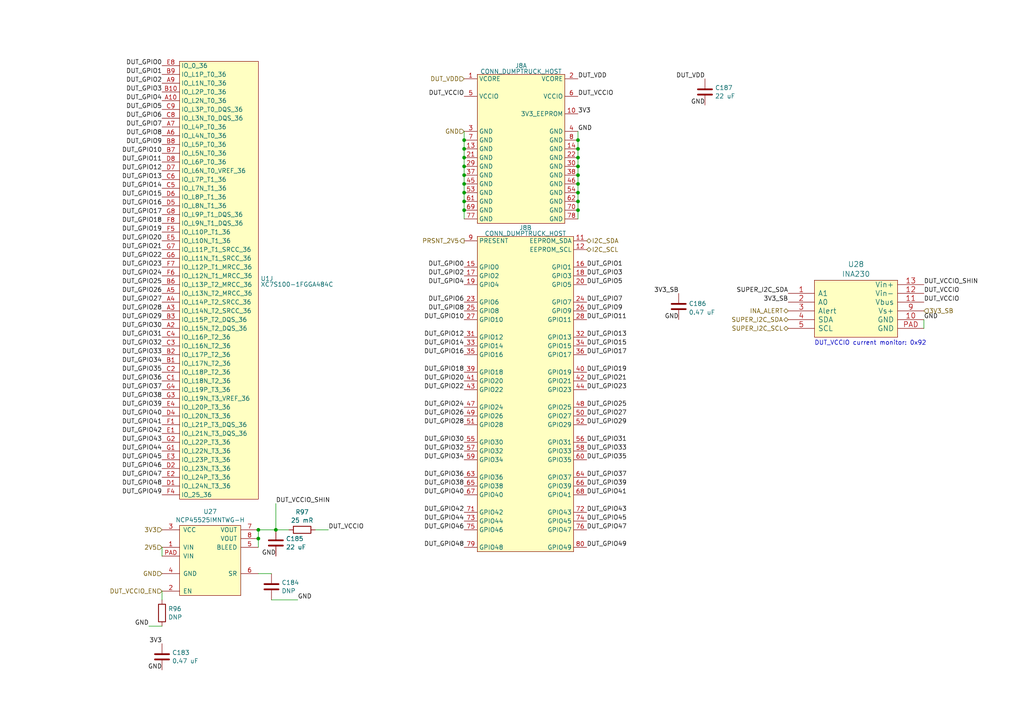
<source format=kicad_sch>
(kicad_sch (version 20231120) (generator "eeschema") (generator_version "8.0")
  (paper "A4")
  (title_block (title "DUMPTRUCK flash dumper") (date "2024-10-19") (rev "0.1") (company "Antikernel Labs") (comment 1 "Andrew D. Zonenberg"))
  (junction (at 134.62 55.88))
  (junction (at 134.62 40.64))
  (junction (at 167.64 60.96))
  (junction (at 134.62 45.72))
  (junction (at 134.62 48.26))
  (junction (at 167.64 48.26))
  (junction (at 167.64 43.18))
  (junction (at 134.62 43.18))
  (junction (at 167.64 55.88))
  (junction (at 167.64 50.8))
  (junction (at 74.93 156.21))
  (junction (at 80.01 153.67))
  (junction (at 134.62 53.34))
  (junction (at 167.64 58.42))
  (junction (at 167.64 53.34))
  (junction (at 134.62 58.42))
  (junction (at 74.93 153.67))
  (junction (at 134.62 50.8))
  (junction (at 167.64 45.72))
  (junction (at 134.62 60.96))
  (junction (at 167.64 40.64))
  (wire (pts (xy 167.64 53.34) (xy 167.64 55.88)))
  (wire (pts (xy 167.64 55.88) (xy 167.64 58.42)))
  (wire (pts (xy 43.18 181.61) (xy 46.99 181.61)))
  (wire (pts (xy 167.64 60.96) (xy 167.64 63.5)))
  (wire (pts (xy 74.93 166.37) (xy 78.74 166.37)))
  (wire (pts (xy 80.01 153.67) (xy 83.82 153.67)))
  (wire (pts (xy 134.62 48.26) (xy 134.62 50.8)))
  (wire (pts (xy 167.64 58.42) (xy 167.64 60.96)))
  (wire (pts (xy 134.62 40.64) (xy 134.62 43.18)))
  (wire (pts (xy 74.93 153.67) (xy 80.01 153.67)))
  (wire (pts (xy 80.01 146.05) (xy 80.01 153.67)))
  (wire (pts (xy 167.64 38.1) (xy 167.64 40.64)))
  (wire (pts (xy 134.62 53.34) (xy 134.62 55.88)))
  (wire (pts (xy 167.64 40.64) (xy 167.64 43.18)))
  (wire (pts (xy 134.62 38.1) (xy 134.62 40.64)))
  (wire (pts (xy 134.62 58.42) (xy 134.62 60.96)))
  (wire (pts (xy 134.62 60.96) (xy 134.62 63.5)))
  (wire (pts (xy 167.64 50.8) (xy 167.64 53.34)))
  (wire (pts (xy 167.64 45.72) (xy 167.64 48.26)))
  (wire (pts (xy 134.62 50.8) (xy 134.62 53.34)))
  (wire (pts (xy 167.64 43.18) (xy 167.64 45.72)))
  (wire (pts (xy 134.62 43.18) (xy 134.62 45.72)))
  (wire (pts (xy 74.93 153.67) (xy 74.93 156.21)))
  (wire (pts (xy 74.93 156.21) (xy 74.93 158.75)))
  (wire (pts (xy 134.62 55.88) (xy 134.62 58.42)))
  (wire (pts (xy 167.64 48.26) (xy 167.64 50.8)))
  (wire (pts (xy 134.62 45.72) (xy 134.62 48.26)))
  (wire (pts (xy 267.97 92.71) (xy 267.97 95.25)))
  (wire (pts (xy 78.74 173.99) (xy 86.36 173.99)))
  (wire (pts (xy 46.99 158.75) (xy 46.99 161.29)))
  (wire (pts (xy 46.99 171.45) (xy 46.99 173.99)))
  (wire (pts (xy 91.44 153.67) (xy 95.25 153.67)))
  (text "DUT_VCCIO current monitor: 0x92" (at 236.22 99.568 0) (effects (font (size 1.27 1.27)) (justify left)))
  (label "DUT_GPIO16" (at 46.99 59.69 180))
  (label "DUT_GPIO26" (at 46.99 85.09 180))
  (label "DUT_GPIO12" (at 134.62 97.79 180))
  (label "DUT_GPIO29" (at 170.18 123.19 0))
  (label "DUT_GPIO2" (at 134.62 80.01 180))
  (label "DUT_GPIO14" (at 134.62 100.33 180))
  (label "DUT_GPIO23" (at 46.99 77.47 180))
  (label "DUT_GPIO48" (at 134.62 158.75 180))
  (label "DUT_GPIO1" (at 46.99 21.59 180))
  (label "DUT_GPIO39" (at 170.18 140.97 0))
  (label "GND" (at 46.99 194.31 180))
  (label "DUT_GPIO28" (at 46.99 90.17 180))
  (label "DUT_GPIO49" (at 170.18 158.75 0))
  (label "DUT_VCCIO" (at 267.97 87.63 0))
  (label "DUT_VCCIO" (at 267.97 85.09 0))
  (label "DUT_GPIO21" (at 46.99 72.39 180))
  (label "DUT_VCCIO" (at 95.25 153.67 0))
  (label "3V3" (at 167.64 33.02 0))
  (label "GND" (at 86.36 173.99 0))
  (label "DUT_GPIO39" (at 46.99 118.11 180))
  (label "DUT_GPIO28" (at 134.62 123.19 180))
  (label "DUT_GPIO44" (at 46.99 130.81 180))
  (label "DUT_GPIO17" (at 46.99 62.23 180))
  (label "DUT_GPIO33" (at 46.99 102.87 180))
  (label "DUT_GPIO25" (at 46.99 82.55 180))
  (label "SUPER_I2C_SDA" (at 228.6 85.09 180))
  (label "DUT_GPIO47" (at 170.18 153.67 0))
  (label "DUT_GPIO6" (at 46.99 34.29 180))
  (label "DUT_GPIO4" (at 134.62 82.55 180))
  (label "DUT_GPIO46" (at 46.99 135.89 180))
  (label "DUT_GPIO12" (at 46.99 49.53 180))
  (label "DUT_GPIO19" (at 170.18 107.95 0))
  (label "DUT_GPIO33" (at 170.18 130.81 0))
  (label "DUT_GPIO41" (at 46.99 123.19 180))
  (label "DUT_GPIO3" (at 170.18 80.01 0))
  (label "DUT_GPIO11" (at 46.99 46.99 180))
  (label "DUT_GPIO24" (at 46.99 80.01 180))
  (label "DUT_GPIO23" (at 170.18 113.03 0))
  (label "DUT_GPIO26" (at 134.62 120.65 180))
  (label "GND" (at 267.97 92.71 0))
  (label "DUT_GPIO19" (at 46.99 67.31 180))
  (label "DUT_GPIO20" (at 134.62 110.49 180))
  (label "DUT_GPIO11" (at 170.18 92.71 0))
  (label "DUT_GPIO21" (at 170.18 110.49 0))
  (label "DUT_GPIO42" (at 46.99 125.73 180))
  (label "DUT_GPIO38" (at 46.99 115.57 180))
  (label "GND" (at 43.18 181.61 180))
  (label "DUT_GPIO20" (at 46.99 69.85 180))
  (label "DUT_GPIO25" (at 170.18 118.11 0))
  (label "DUT_GPIO9" (at 46.99 41.91 180))
  (label "GND" (at 167.64 38.1 0))
  (label "DUT_GPIO44" (at 134.62 151.13 180))
  (label "DUT_GPIO49" (at 46.99 143.51 180))
  (label "DUT_GPIO24" (at 134.62 118.11 180))
  (label "DUT_GPIO5" (at 46.99 31.75 180))
  (label "DUT_GPIO0" (at 46.99 19.05 180))
  (label "GND" (at 196.85 92.71 180))
  (label "DUT_GPIO36" (at 134.62 138.43 180))
  (label "DUT_GPIO2" (at 46.99 24.13 180))
  (label "DUT_GPIO5" (at 170.18 82.55 0))
  (label "DUT_GPIO15" (at 170.18 100.33 0))
  (label "DUT_GPIO35" (at 46.99 107.95 180))
  (label "DUT_GPIO43" (at 170.18 148.59 0))
  (label "DUT_GPIO34" (at 46.99 105.41 180))
  (label "GND" (at 80.01 161.29 180))
  (label "DUT_GPIO36" (at 46.99 110.49 180))
  (label "DUT_VCCIO" (at 167.64 27.94 0))
  (label "GND" (at 204.47 30.48 180))
  (label "DUT_GPIO35" (at 170.18 133.35 0))
  (label "DUT_GPIO18" (at 46.99 64.77 180))
  (label "DUT_GPIO17" (at 170.18 102.87 0))
  (label "DUT_GPIO30" (at 134.62 128.27 180))
  (label "DUT_GPIO30" (at 46.99 95.25 180))
  (label "DUT_GPIO22" (at 134.62 113.03 180))
  (label "DUT_GPIO38" (at 134.62 140.97 180))
  (label "DUT_GPIO13" (at 46.99 52.07 180))
  (label "DUT_GPIO31" (at 46.99 97.79 180))
  (label "DUT_GPIO18" (at 134.62 107.95 180))
  (label "DUT_GPIO27" (at 170.18 120.65 0))
  (label "DUT_VDD" (at 167.64 22.86 0))
  (label "DUT_GPIO40" (at 46.99 120.65 180))
  (label "DUT_GPIO31" (at 170.18 128.27 0))
  (label "DUT_GPIO10" (at 134.62 92.71 180))
  (label "DUT_VDD" (at 204.47 22.86 180))
  (label "3V3_SB" (at 228.6 87.63 180))
  (label "DUT_GPIO47" (at 46.99 138.43 180))
  (label "DUT_GPIO48" (at 46.99 140.97 180))
  (label "DUT_GPIO40" (at 134.62 143.51 180))
  (label "DUT_VCCIO_SHIN" (at 80.01 146.05 0))
  (label "DUT_GPIO34" (at 134.62 133.35 180))
  (label "DUT_VCCIO_SHIN" (at 267.97 82.55 0))
  (label "DUT_GPIO10" (at 46.99 44.45 180))
  (label "DUT_GPIO27" (at 46.99 87.63 180))
  (label "DUT_GPIO46" (at 134.62 153.67 180))
  (label "DUT_GPIO43" (at 46.99 128.27 180))
  (label "DUT_GPIO32" (at 46.99 100.33 180))
  (label "DUT_GPIO8" (at 134.62 90.17 180))
  (label "DUT_GPIO41" (at 170.18 143.51 0))
  (label "DUT_GPIO14" (at 46.99 54.61 180))
  (label "DUT_GPIO0" (at 134.62 77.47 180))
  (label "DUT_GPIO22" (at 46.99 74.93 180))
  (label "DUT_GPIO16" (at 134.62 102.87 180))
  (label "DUT_GPIO45" (at 46.99 133.35 180))
  (label "DUT_GPIO42" (at 134.62 148.59 180))
  (label "DUT_GPIO29" (at 46.99 92.71 180))
  (label "DUT_GPIO37" (at 46.99 113.03 180))
  (label "DUT_GPIO37" (at 170.18 138.43 0))
  (label "DUT_GPIO4" (at 46.99 29.21 180))
  (label "DUT_GPIO15" (at 46.99 57.15 180))
  (label "DUT_VCCIO" (at 134.62 27.94 180))
  (label "DUT_GPIO9" (at 170.18 90.17 0))
  (label "DUT_GPIO1" (at 170.18 77.47 0))
  (label "DUT_GPIO7" (at 46.99 36.83 180))
  (label "DUT_GPIO13" (at 170.18 97.79 0))
  (label "DUT_GPIO8" (at 46.99 39.37 180))
  (label "3V3_SB" (at 196.85 85.09 180))
  (label "DUT_GPIO32" (at 134.62 130.81 180))
  (label "DUT_GPIO45" (at 170.18 151.13 0))
  (label "3V3" (at 46.99 186.69 180))
  (label "DUT_GPIO7" (at 170.18 87.63 0))
  (label "DUT_GPIO3" (at 46.99 26.67 180))
  (label "DUT_GPIO6" (at 134.62 87.63 180))
  (hierarchical_label "DUT_VCCIO_EN" (shape input) (at 46.99 171.45 180))
  (hierarchical_label "PRSNT_2V5" (shape output) (at 134.62 69.85 180))
  (hierarchical_label "SUPER_I2C_SDA" (shape bidirectional) (at 228.6 92.71 180))
  (hierarchical_label "GND" (shape input) (at 134.62 38.1 180))
  (hierarchical_label "2V5" (shape input) (at 46.99 158.75 180))
  (hierarchical_label "SUPER_I2C_SCL" (shape bidirectional) (at 228.6 95.25 180))
  (hierarchical_label "3V3" (shape input) (at 46.99 153.67 180))
  (hierarchical_label "INA_ALERT" (shape bidirectional) (at 228.6 90.17 180))
  (hierarchical_label "I2C_SDA" (shape bidirectional) (at 170.18 69.85 0))
  (hierarchical_label "DUT_VDD" (shape input) (at 134.62 22.86 180))
  (hierarchical_label "3V3_SB" (shape input) (at 267.97 90.17 0))
  (hierarchical_label "GND" (shape input) (at 46.99 166.37 180))
  (hierarchical_label "I2C_SCL" (shape bidirectional) (at 170.18 72.39 0))
  (symbol (lib_id "device:C") (at 196.85 88.9 0) (unit 1)
    (property "Reference" "C186" (at 199.771 88.0653 0) (effects (justify left)))
    (property "Value" "0.47 uF" (at 199.771 90.6022 0) (effects (justify left)))
    (property "Footprint" "azonenberg_pcb:EIA_0402_CAP_NOSILK" (effects (hide yes)))
  )
  (symbol (lib_id "power-azonenberg:NCP45525") (at 52.07 172.72 0) (unit 1)
    (property "Reference" "U27" (at 60.96 148.3825 0))
    (property "Value" "NCP45525IMNTWG-H" (at 60.96 150.8068 0))
    (property "Footprint" "azonenberg_pcb:DFN_8_0.5MM_2x2MM" (effects (hide yes)))
  )
  (symbol (lib_id "passive-azonenberg:R_PWR") (at 87.63 153.67 270) (unit 1)
    (property "Reference" "R97" (at 87.63 148.5095 90))
    (property "Value" "25 mR" (at 87.63 150.9338 90))
    (property "Footprint" "azonenberg_pcb:EIA_0402_RES_NOSILK" (effects (hide yes)))
    (property "Description" "Resistor" (effects (hide yes)))
  )
  (symbol (lib_id "device:R") (at 46.99 177.8 0) (unit 1)
    (property "Reference" "R96" (at 48.768 176.5878 0) (effects (justify left)))
    (property "Value" "DNP" (at 48.768 179.0121 0) (effects (justify left)))
    (property "Footprint" "azonenberg_pcb:EIA_0402_RES_NOSILK" (effects (hide yes)))
    (property "Description" "Resistor" (effects (hide yes)))
  )
  (symbol (lib_id "device:C") (at 78.74 170.18 0) (unit 1)
    (property "Reference" "C184" (at 81.661 168.9678 0) (effects (justify left)))
    (property "Value" "DNP" (at 81.661 171.3921 0) (effects (justify left)))
    (property "Footprint" "azonenberg_pcb:EIA_0402_CAP_NOSILK" (effects (hide yes)))
    (property "Description" "Unpolarized capacitor" (effects (hide yes)))
  )
  (symbol (lib_id "device:C") (at 80.01 157.48 0) (unit 1)
    (property "Reference" "C185" (at 82.931 156.2678 0) (effects (justify left)))
    (property "Value" "22 uF" (at 82.931 158.6921 0) (effects (justify left)))
    (property "Footprint" "azonenberg_pcb:EIA_1206_CAP_NOSILK" (effects (hide yes)))
    (property "Description" "Unpolarized capacitor" (effects (hide yes)))
  )
  (symbol (lib_id "device:C") (at 46.99 190.5 0) (unit 1)
    (property "Reference" "C183" (at 49.911 189.2878 0) (effects (justify left)))
    (property "Value" "0.47 uF" (at 49.911 191.7121 0) (effects (justify left)))
    (property "Footprint" "azonenberg_pcb:EIA_0402_CAP_NOSILK" (effects (hide yes)))
    (property "Description" "Unpolarized capacitor" (effects (hide yes)))
  )
  (symbol (lib_id "special-azonenberg:CONN_DUMPTRUCK_HOST") (at 138.43 160.02 0) (unit 2)
    (property "Reference" "J8" (at 152.4 66.0485 0))
    (property "Value" "CONN_DUMPTRUCK_HOST" (at 152.4 67.7299 0))
    (property "Footprint" "azonenberg_pcb:CONN_SAMTEC_BTE-040-01-F-D-A-K" (effects (hide yes)))
  )
  (symbol (lib_id "device:C") (at 204.47 26.67 0) (unit 1)
    (property "Reference" "C187" (at 207.391 25.4578 0) (effects (justify left)))
    (property "Value" "22 uF" (at 207.391 27.8821 0) (effects (justify left)))
    (property "Footprint" "azonenberg_pcb:EIA_1206_CAP_NOSILK" (effects (hide yes)))
    (property "Description" "Unpolarized capacitor" (effects (hide yes)))
  )
  (symbol (lib_id "special-azonenberg:INA230") (at 248.92 90.17 0) (unit 1)
    (property "Reference" "U28" (at 248.285 76.6496 0) (effects (font (size 1.524 1.524))))
    (property "Value" "INA230" (at 248.285 79.4825 0) (effects (font (size 1.524 1.524))))
    (property "Footprint" "azonenberg_pcb:QFN_16_0.5MM_3x3MM" (effects (hide yes)))
  )
  (symbol (lib_id "special-azonenberg:CONN_DUMPTRUCK_HOST") (at 138.43 64.77 0) (unit 1)
    (property "Reference" "J8" (at 151.13 19.0585 0))
    (property "Value" "CONN_DUMPTRUCK_HOST" (at 151.13 20.7399 0))
    (property "Footprint" "azonenberg_pcb:CONN_SAMTEC_BTE-040-01-F-D-A-K" (effects (hide yes)))
  )
  (symbol (lib_id "xilinx-azonenberg:XC7Sx-xFGGA484x") (at 52.07 144.78 0) (unit 10)
    (property "Reference" "U1" (at 75.565 80.8108 0) (effects (justify left)))
    (property "Value" "XC7S100-1FGGA484C" (at 75.565 82.4922 0) (effects (justify left)))
    (property "Footprint" "azonenberg_pcb:BGA_484_22x22_FULLARRAY_1MM" (effects (hide yes)))
  )
)
</source>
